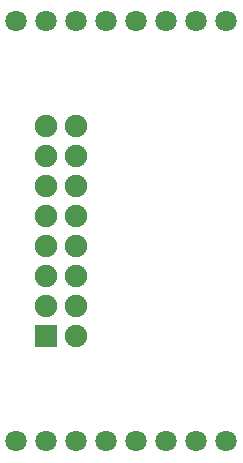
<source format=gts>
G04 Layer: TopSolderMaskLayer*
G04 EasyEDA v6.5.22, 2023-04-16 14:26:35*
G04 bb8b18280e224fb8820cbfc46fcd3399,5a6b42c53f6a479593ecc07194224c93,10*
G04 Gerber Generator version 0.2*
G04 Scale: 100 percent, Rotated: No, Reflected: No *
G04 Dimensions in millimeters *
G04 leading zeros omitted , absolute positions ,4 integer and 5 decimal *
%FSLAX45Y45*%
%MOMM*%

%AMMACRO1*1,1,$1,$2,$3*1,1,$1,$4,$5*1,1,$1,0-$2,0-$3*1,1,$1,0-$4,0-$5*20,1,$1,$2,$3,$4,$5,0*20,1,$1,$4,$5,0-$2,0-$3,0*20,1,$1,0-$2,0-$3,0-$4,0-$5,0*20,1,$1,0-$4,0-$5,$2,$3,0*4,1,4,$2,$3,$4,$5,0-$2,0-$3,0-$4,0-$5,$2,$3,0*%
%ADD10MACRO1,0.1016X0.9X-0.9X0.9X0.9*%
%ADD11C,1.9016*%
%ADD12C,1.8016*%

%LPD*%
D10*
G01*
X368300Y9144000D03*
D11*
G01*
X622300Y9144000D03*
G01*
X368300Y9398000D03*
G01*
X622300Y9398000D03*
G01*
X368300Y9652000D03*
G01*
X622300Y9652000D03*
G01*
X368300Y9906000D03*
G01*
X622300Y9906000D03*
G01*
X368300Y10160000D03*
G01*
X622300Y10160000D03*
G01*
X368300Y10414000D03*
G01*
X622300Y10414000D03*
G01*
X368300Y10668000D03*
G01*
X622300Y10668000D03*
G01*
X368300Y10922000D03*
G01*
X622300Y10922000D03*
D12*
G01*
X1130300Y11811000D03*
G01*
X1892300Y11811000D03*
G01*
X1638300Y11811000D03*
G01*
X1384300Y11811000D03*
G01*
X1130300Y8255000D03*
G01*
X1892300Y8255000D03*
G01*
X1638300Y8255000D03*
G01*
X1384300Y8255000D03*
G01*
X114300Y8255000D03*
G01*
X876300Y8255000D03*
G01*
X622300Y8255000D03*
G01*
X368300Y8255000D03*
G01*
X114300Y11811000D03*
G01*
X876300Y11811000D03*
G01*
X622300Y11811000D03*
G01*
X368300Y11811000D03*
M02*

</source>
